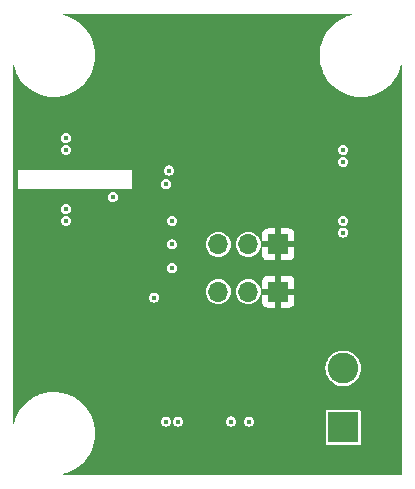
<source format=gbr>
%TF.GenerationSoftware,KiCad,Pcbnew,8.0.2*%
%TF.CreationDate,2025-01-11T01:09:32-03:00*%
%TF.ProjectId,LMH34400,4c4d4833-3434-4303-902e-6b696361645f,rev?*%
%TF.SameCoordinates,Original*%
%TF.FileFunction,Copper,L3,Inr*%
%TF.FilePolarity,Positive*%
%FSLAX46Y46*%
G04 Gerber Fmt 4.6, Leading zero omitted, Abs format (unit mm)*
G04 Created by KiCad (PCBNEW 8.0.2) date 2025-01-11 01:09:32*
%MOMM*%
%LPD*%
G01*
G04 APERTURE LIST*
%TA.AperFunction,ComponentPad*%
%ADD10R,2.600000X2.600000*%
%TD*%
%TA.AperFunction,ComponentPad*%
%ADD11C,2.600000*%
%TD*%
%TA.AperFunction,ComponentPad*%
%ADD12R,1.700000X1.700000*%
%TD*%
%TA.AperFunction,ComponentPad*%
%ADD13O,1.700000X1.700000*%
%TD*%
%TA.AperFunction,ViaPad*%
%ADD14C,0.450000*%
%TD*%
G04 APERTURE END LIST*
D10*
%TO.N,GND*%
%TO.C,J3*%
X135500000Y-88500000D03*
D11*
%TO.N,Net-(J3-Pin_2)*%
X135500000Y-83500000D03*
%TD*%
D12*
%TO.N,VCC*%
%TO.C,J5*%
X130000000Y-73000000D03*
D13*
%TO.N,Net-(J5-Pin_2)*%
X127460000Y-73000000D03*
%TO.N,GND*%
X124920000Y-73000000D03*
%TD*%
D12*
%TO.N,VCC*%
%TO.C,J4*%
X130000000Y-77000000D03*
D13*
%TO.N,Net-(J4-Pin_2)*%
X127460000Y-77000000D03*
%TO.N,GND*%
X124920000Y-77000000D03*
%TD*%
D14*
%TO.N,GND*%
X135500000Y-71000000D03*
X120500000Y-88000000D03*
X120500003Y-67916096D03*
X121000000Y-71000000D03*
X135500000Y-66000000D03*
X112000000Y-71000000D03*
X121500000Y-88000000D03*
X135500000Y-72000000D03*
X112000000Y-70000000D03*
X126000000Y-88000000D03*
X112000000Y-65000000D03*
X119500000Y-77500000D03*
X127500000Y-88000000D03*
X112000000Y-64000000D03*
X135500000Y-65000000D03*
X121000000Y-73000000D03*
X121000000Y-75000000D03*
%TO.N,VCC*%
X115000000Y-72000000D03*
%TO.N,Net-(J4-Pin_2)*%
X116000000Y-69000000D03*
%TO.N,Net-(J5-Pin_2)*%
X120750000Y-66750000D03*
%TD*%
%TA.AperFunction,Conductor*%
%TO.N,VCC*%
G36*
X136199740Y-53514352D02*
G01*
X136214092Y-53549000D01*
X136199740Y-53583648D01*
X136177774Y-53596330D01*
X135916813Y-53666254D01*
X135916807Y-53666256D01*
X135916803Y-53666257D01*
X135916801Y-53666258D01*
X135819831Y-53703480D01*
X135574262Y-53797745D01*
X135247349Y-53964317D01*
X134939629Y-54164151D01*
X134939627Y-54164153D01*
X134654498Y-54395047D01*
X134654483Y-54395060D01*
X134395060Y-54654483D01*
X134395047Y-54654498D01*
X134164153Y-54939627D01*
X134164151Y-54939629D01*
X133964317Y-55247349D01*
X133797745Y-55574262D01*
X133756745Y-55681072D01*
X133694459Y-55843336D01*
X133666256Y-55916807D01*
X133666254Y-55916813D01*
X133571295Y-56271204D01*
X133513897Y-56633604D01*
X133494696Y-57000000D01*
X133513897Y-57366395D01*
X133571295Y-57728795D01*
X133666254Y-58083186D01*
X133666256Y-58083192D01*
X133666258Y-58083199D01*
X133750612Y-58302952D01*
X133797745Y-58425737D01*
X133819875Y-58469169D01*
X133963221Y-58750500D01*
X133964317Y-58752650D01*
X134164151Y-59060370D01*
X134164153Y-59060372D01*
X134395047Y-59345501D01*
X134395060Y-59345516D01*
X134654483Y-59604939D01*
X134654490Y-59604945D01*
X134654494Y-59604949D01*
X134654498Y-59604952D01*
X134939627Y-59835846D01*
X134939629Y-59835848D01*
X134939634Y-59835851D01*
X135247348Y-60035682D01*
X135574264Y-60202255D01*
X135916801Y-60333742D01*
X136271206Y-60428705D01*
X136633596Y-60486102D01*
X137000000Y-60505304D01*
X137366404Y-60486102D01*
X137728794Y-60428705D01*
X138083199Y-60333742D01*
X138425736Y-60202255D01*
X138752652Y-60035682D01*
X139060366Y-59835851D01*
X139345506Y-59604949D01*
X139604949Y-59345506D01*
X139835851Y-59060366D01*
X140035682Y-58752652D01*
X140202255Y-58425736D01*
X140333742Y-58083199D01*
X140403670Y-57822224D01*
X140426500Y-57792472D01*
X140463682Y-57787577D01*
X140493435Y-57810407D01*
X140500000Y-57834907D01*
X140500000Y-92451000D01*
X140485648Y-92485648D01*
X140451000Y-92500000D01*
X111834908Y-92500000D01*
X111800260Y-92485648D01*
X111785908Y-92451000D01*
X111800260Y-92416352D01*
X111822226Y-92403670D01*
X111884631Y-92386948D01*
X112083199Y-92333742D01*
X112425736Y-92202255D01*
X112752652Y-92035682D01*
X113060366Y-91835851D01*
X113345506Y-91604949D01*
X113604949Y-91345506D01*
X113835851Y-91060366D01*
X114035682Y-90752652D01*
X114202255Y-90425736D01*
X114333742Y-90083199D01*
X114428705Y-89728794D01*
X114486102Y-89366404D01*
X114505304Y-89000000D01*
X114486102Y-88633596D01*
X114428705Y-88271206D01*
X114356035Y-88000000D01*
X120069196Y-88000000D01*
X120090281Y-88133126D01*
X120090281Y-88133127D01*
X120090282Y-88133128D01*
X120151467Y-88253213D01*
X120151472Y-88253220D01*
X120246779Y-88348527D01*
X120246786Y-88348532D01*
X120326842Y-88389322D01*
X120366874Y-88409719D01*
X120500000Y-88430804D01*
X120633126Y-88409719D01*
X120716420Y-88367278D01*
X120753213Y-88348532D01*
X120753215Y-88348530D01*
X120753220Y-88348528D01*
X120848528Y-88253220D01*
X120909719Y-88133126D01*
X120930804Y-88000000D01*
X121069196Y-88000000D01*
X121090281Y-88133126D01*
X121090281Y-88133127D01*
X121090282Y-88133128D01*
X121151467Y-88253213D01*
X121151472Y-88253220D01*
X121246779Y-88348527D01*
X121246786Y-88348532D01*
X121326842Y-88389322D01*
X121366874Y-88409719D01*
X121500000Y-88430804D01*
X121633126Y-88409719D01*
X121716420Y-88367278D01*
X121753213Y-88348532D01*
X121753215Y-88348530D01*
X121753220Y-88348528D01*
X121848528Y-88253220D01*
X121909719Y-88133126D01*
X121930804Y-88000000D01*
X125569196Y-88000000D01*
X125590281Y-88133126D01*
X125590281Y-88133127D01*
X125590282Y-88133128D01*
X125651467Y-88253213D01*
X125651472Y-88253220D01*
X125746779Y-88348527D01*
X125746786Y-88348532D01*
X125826842Y-88389322D01*
X125866874Y-88409719D01*
X126000000Y-88430804D01*
X126133126Y-88409719D01*
X126216420Y-88367278D01*
X126253213Y-88348532D01*
X126253215Y-88348530D01*
X126253220Y-88348528D01*
X126348528Y-88253220D01*
X126409719Y-88133126D01*
X126430804Y-88000000D01*
X127069196Y-88000000D01*
X127090281Y-88133126D01*
X127090281Y-88133127D01*
X127090282Y-88133128D01*
X127151467Y-88253213D01*
X127151472Y-88253220D01*
X127246779Y-88348527D01*
X127246786Y-88348532D01*
X127326842Y-88389322D01*
X127366874Y-88409719D01*
X127500000Y-88430804D01*
X127633126Y-88409719D01*
X127716420Y-88367278D01*
X127753213Y-88348532D01*
X127753215Y-88348530D01*
X127753220Y-88348528D01*
X127848528Y-88253220D01*
X127909719Y-88133126D01*
X127930804Y-88000000D01*
X127909719Y-87866874D01*
X127872207Y-87793252D01*
X127848532Y-87746786D01*
X127848527Y-87746779D01*
X127753220Y-87651472D01*
X127753213Y-87651467D01*
X127633128Y-87590282D01*
X127633127Y-87590281D01*
X127633126Y-87590281D01*
X127500000Y-87569196D01*
X127366874Y-87590281D01*
X127366872Y-87590281D01*
X127366871Y-87590282D01*
X127246786Y-87651467D01*
X127246779Y-87651472D01*
X127151472Y-87746779D01*
X127151467Y-87746786D01*
X127090282Y-87866871D01*
X127090281Y-87866872D01*
X127090281Y-87866874D01*
X127069196Y-88000000D01*
X126430804Y-88000000D01*
X126409719Y-87866874D01*
X126372207Y-87793252D01*
X126348532Y-87746786D01*
X126348527Y-87746779D01*
X126253220Y-87651472D01*
X126253213Y-87651467D01*
X126133128Y-87590282D01*
X126133127Y-87590281D01*
X126133126Y-87590281D01*
X126000000Y-87569196D01*
X125866874Y-87590281D01*
X125866872Y-87590281D01*
X125866871Y-87590282D01*
X125746786Y-87651467D01*
X125746779Y-87651472D01*
X125651472Y-87746779D01*
X125651467Y-87746786D01*
X125590282Y-87866871D01*
X125590281Y-87866872D01*
X125590281Y-87866874D01*
X125569196Y-88000000D01*
X121930804Y-88000000D01*
X121909719Y-87866874D01*
X121872207Y-87793252D01*
X121848532Y-87746786D01*
X121848527Y-87746779D01*
X121753220Y-87651472D01*
X121753213Y-87651467D01*
X121633128Y-87590282D01*
X121633127Y-87590281D01*
X121633126Y-87590281D01*
X121500000Y-87569196D01*
X121366874Y-87590281D01*
X121366872Y-87590281D01*
X121366871Y-87590282D01*
X121246786Y-87651467D01*
X121246779Y-87651472D01*
X121151472Y-87746779D01*
X121151467Y-87746786D01*
X121090282Y-87866871D01*
X121090281Y-87866872D01*
X121090281Y-87866874D01*
X121069196Y-88000000D01*
X120930804Y-88000000D01*
X120909719Y-87866874D01*
X120872207Y-87793252D01*
X120848532Y-87746786D01*
X120848527Y-87746779D01*
X120753220Y-87651472D01*
X120753213Y-87651467D01*
X120633128Y-87590282D01*
X120633127Y-87590281D01*
X120633126Y-87590281D01*
X120500000Y-87569196D01*
X120366874Y-87590281D01*
X120366872Y-87590281D01*
X120366871Y-87590282D01*
X120246786Y-87651467D01*
X120246779Y-87651472D01*
X120151472Y-87746779D01*
X120151467Y-87746786D01*
X120090282Y-87866871D01*
X120090281Y-87866872D01*
X120090281Y-87866874D01*
X120069196Y-88000000D01*
X114356035Y-88000000D01*
X114333742Y-87916801D01*
X114202255Y-87574264D01*
X114035682Y-87247348D01*
X113992110Y-87180252D01*
X133999500Y-87180252D01*
X133999500Y-89819748D01*
X134011133Y-89878231D01*
X134028882Y-89904795D01*
X134055447Y-89944552D01*
X134082012Y-89962301D01*
X134121769Y-89988867D01*
X134180252Y-90000500D01*
X134180255Y-90000500D01*
X136819745Y-90000500D01*
X136819748Y-90000500D01*
X136878231Y-89988867D01*
X136944552Y-89944552D01*
X136988867Y-89878231D01*
X137000500Y-89819748D01*
X137000500Y-87180252D01*
X136988867Y-87121769D01*
X136958429Y-87076216D01*
X136944552Y-87055447D01*
X136904795Y-87028882D01*
X136878231Y-87011133D01*
X136819748Y-86999500D01*
X134180252Y-86999500D01*
X134121769Y-87011133D01*
X134055447Y-87055447D01*
X134011133Y-87121769D01*
X133999500Y-87180252D01*
X113992110Y-87180252D01*
X113835851Y-86939634D01*
X113835848Y-86939629D01*
X113835846Y-86939627D01*
X113604952Y-86654498D01*
X113604939Y-86654483D01*
X113345516Y-86395060D01*
X113345501Y-86395047D01*
X113060372Y-86164153D01*
X113060370Y-86164151D01*
X112752650Y-85964317D01*
X112425737Y-85797745D01*
X112302952Y-85750612D01*
X112083199Y-85666258D01*
X112083192Y-85666256D01*
X112083186Y-85666254D01*
X111728795Y-85571295D01*
X111630483Y-85555724D01*
X111366404Y-85513898D01*
X111366399Y-85513897D01*
X111366395Y-85513897D01*
X111000000Y-85494696D01*
X110633604Y-85513897D01*
X110633598Y-85513897D01*
X110633596Y-85513898D01*
X110467826Y-85540153D01*
X110271204Y-85571295D01*
X109916813Y-85666254D01*
X109916807Y-85666256D01*
X109916803Y-85666257D01*
X109916801Y-85666258D01*
X109819831Y-85703480D01*
X109574262Y-85797745D01*
X109247349Y-85964317D01*
X108939629Y-86164151D01*
X108939627Y-86164153D01*
X108654498Y-86395047D01*
X108654483Y-86395060D01*
X108395060Y-86654483D01*
X108395047Y-86654498D01*
X108164153Y-86939627D01*
X108164151Y-86939629D01*
X107964317Y-87247349D01*
X107797745Y-87574262D01*
X107731520Y-87746786D01*
X107694459Y-87843336D01*
X107666256Y-87916807D01*
X107666254Y-87916813D01*
X107596330Y-88177774D01*
X107573500Y-88207527D01*
X107536318Y-88212422D01*
X107506565Y-88189592D01*
X107500000Y-88165092D01*
X107500000Y-83500000D01*
X133994357Y-83500000D01*
X134014892Y-83747821D01*
X134075938Y-83988883D01*
X134175825Y-84216604D01*
X134175832Y-84216616D01*
X134311834Y-84424784D01*
X134480255Y-84607737D01*
X134480256Y-84607738D01*
X134676491Y-84760474D01*
X134676498Y-84760478D01*
X134676500Y-84760479D01*
X134895182Y-84878824D01*
X134895184Y-84878824D01*
X134895190Y-84878828D01*
X135130386Y-84959571D01*
X135375665Y-85000500D01*
X135375668Y-85000500D01*
X135624332Y-85000500D01*
X135624335Y-85000500D01*
X135869614Y-84959571D01*
X136104810Y-84878828D01*
X136323509Y-84760474D01*
X136519744Y-84607738D01*
X136688164Y-84424785D01*
X136824173Y-84216607D01*
X136924063Y-83988881D01*
X136985108Y-83747821D01*
X137005643Y-83500000D01*
X136985108Y-83252179D01*
X136924063Y-83011119D01*
X136824173Y-82783393D01*
X136824171Y-82783390D01*
X136824167Y-82783383D01*
X136688165Y-82575215D01*
X136519744Y-82392262D01*
X136323513Y-82239529D01*
X136323512Y-82239528D01*
X136323509Y-82239526D01*
X136323504Y-82239523D01*
X136323499Y-82239520D01*
X136104817Y-82121175D01*
X136104811Y-82121172D01*
X136104810Y-82121172D01*
X136085962Y-82114701D01*
X135869615Y-82040429D01*
X135808294Y-82030196D01*
X135624335Y-81999500D01*
X135375665Y-81999500D01*
X135228497Y-82024057D01*
X135130384Y-82040429D01*
X134895192Y-82121171D01*
X134895182Y-82121175D01*
X134676500Y-82239520D01*
X134676486Y-82239529D01*
X134480255Y-82392262D01*
X134480254Y-82392262D01*
X134311834Y-82575215D01*
X134175832Y-82783383D01*
X134175825Y-82783395D01*
X134075938Y-83011116D01*
X134014892Y-83252178D01*
X133994357Y-83500000D01*
X107500000Y-83500000D01*
X107500000Y-77500000D01*
X119069196Y-77500000D01*
X119090281Y-77633126D01*
X119090281Y-77633127D01*
X119090282Y-77633128D01*
X119151467Y-77753213D01*
X119151472Y-77753220D01*
X119246779Y-77848527D01*
X119246786Y-77848532D01*
X119326842Y-77889322D01*
X119366874Y-77909719D01*
X119500000Y-77930804D01*
X119633126Y-77909719D01*
X119716420Y-77867278D01*
X119753213Y-77848532D01*
X119753215Y-77848530D01*
X119753220Y-77848528D01*
X119848528Y-77753220D01*
X119851999Y-77746409D01*
X119867278Y-77716420D01*
X119909719Y-77633126D01*
X119930804Y-77500000D01*
X119909719Y-77366874D01*
X119879215Y-77307007D01*
X119848532Y-77246786D01*
X119848527Y-77246779D01*
X119753220Y-77151472D01*
X119753213Y-77151467D01*
X119633128Y-77090282D01*
X119633127Y-77090281D01*
X119633126Y-77090281D01*
X119500000Y-77069196D01*
X119366874Y-77090281D01*
X119366872Y-77090281D01*
X119366871Y-77090282D01*
X119246786Y-77151467D01*
X119246779Y-77151472D01*
X119151472Y-77246779D01*
X119151467Y-77246786D01*
X119090282Y-77366871D01*
X119090281Y-77366872D01*
X119090281Y-77366874D01*
X119069196Y-77500000D01*
X107500000Y-77500000D01*
X107500000Y-77000000D01*
X123864417Y-77000000D01*
X123884700Y-77205934D01*
X123944768Y-77403954D01*
X124042315Y-77586450D01*
X124173590Y-77746410D01*
X124333550Y-77877685D01*
X124516046Y-77975232D01*
X124714066Y-78035300D01*
X124920000Y-78055583D01*
X125125934Y-78035300D01*
X125323954Y-77975232D01*
X125506450Y-77877685D01*
X125666410Y-77746410D01*
X125797685Y-77586450D01*
X125895232Y-77403954D01*
X125955300Y-77205934D01*
X125975583Y-77000000D01*
X126404417Y-77000000D01*
X126424700Y-77205934D01*
X126484768Y-77403954D01*
X126582315Y-77586450D01*
X126713590Y-77746410D01*
X126873550Y-77877685D01*
X127056046Y-77975232D01*
X127254066Y-78035300D01*
X127460000Y-78055583D01*
X127665934Y-78035300D01*
X127863954Y-77975232D01*
X128046450Y-77877685D01*
X128206410Y-77746410D01*
X128337685Y-77586450D01*
X128435232Y-77403954D01*
X128495300Y-77205934D01*
X128515583Y-77000000D01*
X128495300Y-76794066D01*
X128435232Y-76596046D01*
X128337685Y-76413550D01*
X128206410Y-76253590D01*
X128046450Y-76122315D01*
X128008752Y-76102165D01*
X128650000Y-76102165D01*
X128650000Y-76750000D01*
X129566988Y-76750000D01*
X129534075Y-76807007D01*
X129500000Y-76934174D01*
X129500000Y-77065826D01*
X129534075Y-77192993D01*
X129566988Y-77250000D01*
X128650000Y-77250000D01*
X128650000Y-77897834D01*
X128656401Y-77957372D01*
X128656401Y-77957373D01*
X128706648Y-78092091D01*
X128792811Y-78207188D01*
X128907908Y-78293351D01*
X129042626Y-78343598D01*
X129102166Y-78350000D01*
X129750000Y-78350000D01*
X129750000Y-77433012D01*
X129807007Y-77465925D01*
X129934174Y-77500000D01*
X130065826Y-77500000D01*
X130192993Y-77465925D01*
X130250000Y-77433012D01*
X130250000Y-78350000D01*
X130897834Y-78350000D01*
X130957372Y-78343598D01*
X130957373Y-78343598D01*
X131092091Y-78293351D01*
X131207188Y-78207188D01*
X131293351Y-78092091D01*
X131343598Y-77957373D01*
X131343598Y-77957372D01*
X131350000Y-77897834D01*
X131350000Y-77250000D01*
X130433012Y-77250000D01*
X130465925Y-77192993D01*
X130500000Y-77065826D01*
X130500000Y-76934174D01*
X130465925Y-76807007D01*
X130433012Y-76750000D01*
X131350000Y-76750000D01*
X131350000Y-76102165D01*
X131343598Y-76042627D01*
X131343598Y-76042626D01*
X131293351Y-75907908D01*
X131207188Y-75792811D01*
X131092091Y-75706648D01*
X130957373Y-75656401D01*
X130897834Y-75650000D01*
X130250000Y-75650000D01*
X130250000Y-76566988D01*
X130192993Y-76534075D01*
X130065826Y-76500000D01*
X129934174Y-76500000D01*
X129807007Y-76534075D01*
X129750000Y-76566988D01*
X129750000Y-75650000D01*
X129102166Y-75650000D01*
X129042627Y-75656401D01*
X129042626Y-75656401D01*
X128907908Y-75706648D01*
X128792811Y-75792811D01*
X128706648Y-75907908D01*
X128656401Y-76042626D01*
X128656401Y-76042627D01*
X128650000Y-76102165D01*
X128008752Y-76102165D01*
X127863954Y-76024768D01*
X127665934Y-75964700D01*
X127460000Y-75944417D01*
X127254065Y-75964700D01*
X127254064Y-75964700D01*
X127056043Y-76024769D01*
X126873548Y-76122316D01*
X126713590Y-76253590D01*
X126582316Y-76413548D01*
X126484769Y-76596043D01*
X126424700Y-76794064D01*
X126424700Y-76794065D01*
X126424700Y-76794066D01*
X126404417Y-77000000D01*
X125975583Y-77000000D01*
X125955300Y-76794066D01*
X125895232Y-76596046D01*
X125797685Y-76413550D01*
X125666410Y-76253590D01*
X125506450Y-76122315D01*
X125323954Y-76024768D01*
X125125934Y-75964700D01*
X124920000Y-75944417D01*
X124714065Y-75964700D01*
X124714064Y-75964700D01*
X124516043Y-76024769D01*
X124333548Y-76122316D01*
X124173590Y-76253590D01*
X124042316Y-76413548D01*
X123944769Y-76596043D01*
X123884700Y-76794064D01*
X123884700Y-76794065D01*
X123884700Y-76794066D01*
X123864417Y-77000000D01*
X107500000Y-77000000D01*
X107500000Y-75000000D01*
X120569196Y-75000000D01*
X120590281Y-75133126D01*
X120590281Y-75133127D01*
X120590282Y-75133128D01*
X120651467Y-75253213D01*
X120651472Y-75253220D01*
X120746779Y-75348527D01*
X120746786Y-75348532D01*
X120826842Y-75389322D01*
X120866874Y-75409719D01*
X121000000Y-75430804D01*
X121133126Y-75409719D01*
X121216420Y-75367278D01*
X121253213Y-75348532D01*
X121253215Y-75348530D01*
X121253220Y-75348528D01*
X121348528Y-75253220D01*
X121409719Y-75133126D01*
X121430804Y-75000000D01*
X121409719Y-74866874D01*
X121389322Y-74826842D01*
X121348532Y-74746786D01*
X121348527Y-74746779D01*
X121253220Y-74651472D01*
X121253213Y-74651467D01*
X121133128Y-74590282D01*
X121133127Y-74590281D01*
X121133126Y-74590281D01*
X121000000Y-74569196D01*
X120866874Y-74590281D01*
X120866872Y-74590281D01*
X120866871Y-74590282D01*
X120746786Y-74651467D01*
X120746779Y-74651472D01*
X120651472Y-74746779D01*
X120651467Y-74746786D01*
X120590282Y-74866871D01*
X120590281Y-74866872D01*
X120590281Y-74866874D01*
X120569196Y-75000000D01*
X107500000Y-75000000D01*
X107500000Y-73000000D01*
X120569196Y-73000000D01*
X120590281Y-73133126D01*
X120590281Y-73133127D01*
X120590282Y-73133128D01*
X120651467Y-73253213D01*
X120651472Y-73253220D01*
X120746779Y-73348527D01*
X120746786Y-73348532D01*
X120826842Y-73389322D01*
X120866874Y-73409719D01*
X121000000Y-73430804D01*
X121133126Y-73409719D01*
X121216420Y-73367278D01*
X121253213Y-73348532D01*
X121253215Y-73348530D01*
X121253220Y-73348528D01*
X121348528Y-73253220D01*
X121409719Y-73133126D01*
X121430804Y-73000000D01*
X123864417Y-73000000D01*
X123884700Y-73205934D01*
X123944768Y-73403954D01*
X124042315Y-73586450D01*
X124173590Y-73746410D01*
X124333550Y-73877685D01*
X124516046Y-73975232D01*
X124714066Y-74035300D01*
X124920000Y-74055583D01*
X125125934Y-74035300D01*
X125323954Y-73975232D01*
X125506450Y-73877685D01*
X125666410Y-73746410D01*
X125797685Y-73586450D01*
X125895232Y-73403954D01*
X125955300Y-73205934D01*
X125975583Y-73000000D01*
X126404417Y-73000000D01*
X126424700Y-73205934D01*
X126484768Y-73403954D01*
X126582315Y-73586450D01*
X126713590Y-73746410D01*
X126873550Y-73877685D01*
X127056046Y-73975232D01*
X127254066Y-74035300D01*
X127460000Y-74055583D01*
X127665934Y-74035300D01*
X127863954Y-73975232D01*
X128046450Y-73877685D01*
X128206410Y-73746410D01*
X128337685Y-73586450D01*
X128435232Y-73403954D01*
X128495300Y-73205934D01*
X128515583Y-73000000D01*
X128495300Y-72794066D01*
X128435232Y-72596046D01*
X128337685Y-72413550D01*
X128206410Y-72253590D01*
X128046450Y-72122315D01*
X128008752Y-72102165D01*
X128650000Y-72102165D01*
X128650000Y-72750000D01*
X129566988Y-72750000D01*
X129534075Y-72807007D01*
X129500000Y-72934174D01*
X129500000Y-73065826D01*
X129534075Y-73192993D01*
X129566988Y-73250000D01*
X128650000Y-73250000D01*
X128650000Y-73897834D01*
X128656401Y-73957372D01*
X128656401Y-73957373D01*
X128706648Y-74092091D01*
X128792811Y-74207188D01*
X128907908Y-74293351D01*
X129042626Y-74343598D01*
X129102166Y-74350000D01*
X129750000Y-74350000D01*
X129750000Y-73433012D01*
X129807007Y-73465925D01*
X129934174Y-73500000D01*
X130065826Y-73500000D01*
X130192993Y-73465925D01*
X130250000Y-73433012D01*
X130250000Y-74350000D01*
X130897834Y-74350000D01*
X130957372Y-74343598D01*
X130957373Y-74343598D01*
X131092091Y-74293351D01*
X131207188Y-74207188D01*
X131293351Y-74092091D01*
X131343598Y-73957373D01*
X131343598Y-73957372D01*
X131350000Y-73897834D01*
X131350000Y-73250000D01*
X130433012Y-73250000D01*
X130465925Y-73192993D01*
X130500000Y-73065826D01*
X130500000Y-72934174D01*
X130465925Y-72807007D01*
X130433012Y-72750000D01*
X131350000Y-72750000D01*
X131350000Y-72102165D01*
X131343598Y-72042627D01*
X131343598Y-72042626D01*
X131327699Y-72000000D01*
X135069196Y-72000000D01*
X135090281Y-72133126D01*
X135090281Y-72133127D01*
X135090282Y-72133128D01*
X135151467Y-72253213D01*
X135151472Y-72253220D01*
X135246779Y-72348527D01*
X135246786Y-72348532D01*
X135326842Y-72389322D01*
X135366874Y-72409719D01*
X135500000Y-72430804D01*
X135633126Y-72409719D01*
X135716420Y-72367278D01*
X135753213Y-72348532D01*
X135753215Y-72348530D01*
X135753220Y-72348528D01*
X135848528Y-72253220D01*
X135909719Y-72133126D01*
X135930804Y-72000000D01*
X135909719Y-71866874D01*
X135871982Y-71792811D01*
X135848532Y-71746786D01*
X135848527Y-71746779D01*
X135753220Y-71651472D01*
X135753213Y-71651467D01*
X135633128Y-71590282D01*
X135633127Y-71590281D01*
X135633126Y-71590281D01*
X135500000Y-71569196D01*
X135366874Y-71590281D01*
X135366872Y-71590281D01*
X135366871Y-71590282D01*
X135246786Y-71651467D01*
X135246779Y-71651472D01*
X135151472Y-71746779D01*
X135151467Y-71746786D01*
X135090282Y-71866871D01*
X135090281Y-71866872D01*
X135090281Y-71866874D01*
X135069196Y-72000000D01*
X131327699Y-72000000D01*
X131293351Y-71907908D01*
X131207188Y-71792811D01*
X131092091Y-71706648D01*
X130957373Y-71656401D01*
X130897834Y-71650000D01*
X130250000Y-71650000D01*
X130250000Y-72566988D01*
X130192993Y-72534075D01*
X130065826Y-72500000D01*
X129934174Y-72500000D01*
X129807007Y-72534075D01*
X129750000Y-72566988D01*
X129750000Y-71650000D01*
X129102166Y-71650000D01*
X129042627Y-71656401D01*
X129042626Y-71656401D01*
X128907908Y-71706648D01*
X128792811Y-71792811D01*
X128706648Y-71907908D01*
X128656401Y-72042626D01*
X128656401Y-72042627D01*
X128650000Y-72102165D01*
X128008752Y-72102165D01*
X127863954Y-72024768D01*
X127665934Y-71964700D01*
X127460000Y-71944417D01*
X127254065Y-71964700D01*
X127254064Y-71964700D01*
X127056043Y-72024769D01*
X126873548Y-72122316D01*
X126713590Y-72253590D01*
X126582316Y-72413548D01*
X126484769Y-72596043D01*
X126424700Y-72794064D01*
X126424700Y-72794065D01*
X126424700Y-72794066D01*
X126404417Y-73000000D01*
X125975583Y-73000000D01*
X125955300Y-72794066D01*
X125895232Y-72596046D01*
X125797685Y-72413550D01*
X125666410Y-72253590D01*
X125506450Y-72122315D01*
X125323954Y-72024768D01*
X125125934Y-71964700D01*
X124920000Y-71944417D01*
X124714065Y-71964700D01*
X124714064Y-71964700D01*
X124516043Y-72024769D01*
X124333548Y-72122316D01*
X124173590Y-72253590D01*
X124042316Y-72413548D01*
X123944769Y-72596043D01*
X123884700Y-72794064D01*
X123884700Y-72794065D01*
X123884700Y-72794066D01*
X123864417Y-73000000D01*
X121430804Y-73000000D01*
X121409719Y-72866874D01*
X121379215Y-72807007D01*
X121348532Y-72746786D01*
X121348527Y-72746779D01*
X121253220Y-72651472D01*
X121253213Y-72651467D01*
X121133128Y-72590282D01*
X121133127Y-72590281D01*
X121133126Y-72590281D01*
X121000000Y-72569196D01*
X120866874Y-72590281D01*
X120866872Y-72590281D01*
X120866871Y-72590282D01*
X120746786Y-72651467D01*
X120746779Y-72651472D01*
X120651472Y-72746779D01*
X120651467Y-72746786D01*
X120590282Y-72866871D01*
X120590281Y-72866872D01*
X120590281Y-72866874D01*
X120569196Y-73000000D01*
X107500000Y-73000000D01*
X107500000Y-71000000D01*
X111569196Y-71000000D01*
X111590281Y-71133126D01*
X111590281Y-71133127D01*
X111590282Y-71133128D01*
X111651467Y-71253213D01*
X111651472Y-71253220D01*
X111746779Y-71348527D01*
X111746786Y-71348532D01*
X111826842Y-71389322D01*
X111866874Y-71409719D01*
X112000000Y-71430804D01*
X112133126Y-71409719D01*
X112216420Y-71367278D01*
X112253213Y-71348532D01*
X112253215Y-71348530D01*
X112253220Y-71348528D01*
X112348528Y-71253220D01*
X112409719Y-71133126D01*
X112430804Y-71000000D01*
X120569196Y-71000000D01*
X120590281Y-71133126D01*
X120590281Y-71133127D01*
X120590282Y-71133128D01*
X120651467Y-71253213D01*
X120651472Y-71253220D01*
X120746779Y-71348527D01*
X120746786Y-71348532D01*
X120826842Y-71389322D01*
X120866874Y-71409719D01*
X121000000Y-71430804D01*
X121133126Y-71409719D01*
X121216420Y-71367278D01*
X121253213Y-71348532D01*
X121253215Y-71348530D01*
X121253220Y-71348528D01*
X121348528Y-71253220D01*
X121409719Y-71133126D01*
X121430804Y-71000000D01*
X135069196Y-71000000D01*
X135090281Y-71133126D01*
X135090281Y-71133127D01*
X135090282Y-71133128D01*
X135151467Y-71253213D01*
X135151472Y-71253220D01*
X135246779Y-71348527D01*
X135246786Y-71348532D01*
X135326842Y-71389322D01*
X135366874Y-71409719D01*
X135500000Y-71430804D01*
X135633126Y-71409719D01*
X135716420Y-71367278D01*
X135753213Y-71348532D01*
X135753215Y-71348530D01*
X135753220Y-71348528D01*
X135848528Y-71253220D01*
X135909719Y-71133126D01*
X135930804Y-71000000D01*
X135909719Y-70866874D01*
X135889322Y-70826842D01*
X135848532Y-70746786D01*
X135848527Y-70746779D01*
X135753220Y-70651472D01*
X135753213Y-70651467D01*
X135633128Y-70590282D01*
X135633127Y-70590281D01*
X135633126Y-70590281D01*
X135500000Y-70569196D01*
X135366874Y-70590281D01*
X135366872Y-70590281D01*
X135366871Y-70590282D01*
X135246786Y-70651467D01*
X135246779Y-70651472D01*
X135151472Y-70746779D01*
X135151467Y-70746786D01*
X135090282Y-70866871D01*
X135090281Y-70866872D01*
X135090281Y-70866874D01*
X135069196Y-71000000D01*
X121430804Y-71000000D01*
X121409719Y-70866874D01*
X121389322Y-70826842D01*
X121348532Y-70746786D01*
X121348527Y-70746779D01*
X121253220Y-70651472D01*
X121253213Y-70651467D01*
X121133128Y-70590282D01*
X121133127Y-70590281D01*
X121133126Y-70590281D01*
X121000000Y-70569196D01*
X120866874Y-70590281D01*
X120866872Y-70590281D01*
X120866871Y-70590282D01*
X120746786Y-70651467D01*
X120746779Y-70651472D01*
X120651472Y-70746779D01*
X120651467Y-70746786D01*
X120590282Y-70866871D01*
X120590281Y-70866872D01*
X120590281Y-70866874D01*
X120569196Y-71000000D01*
X112430804Y-71000000D01*
X112409719Y-70866874D01*
X112389322Y-70826842D01*
X112348532Y-70746786D01*
X112348527Y-70746779D01*
X112253220Y-70651472D01*
X112253213Y-70651467D01*
X112133128Y-70590282D01*
X112133127Y-70590281D01*
X112133126Y-70590281D01*
X112000000Y-70569196D01*
X111866874Y-70590281D01*
X111866872Y-70590281D01*
X111866871Y-70590282D01*
X111746786Y-70651467D01*
X111746779Y-70651472D01*
X111651472Y-70746779D01*
X111651467Y-70746786D01*
X111590282Y-70866871D01*
X111590281Y-70866872D01*
X111590281Y-70866874D01*
X111569196Y-71000000D01*
X107500000Y-71000000D01*
X107500000Y-70000000D01*
X111569196Y-70000000D01*
X111590281Y-70133126D01*
X111590281Y-70133127D01*
X111590282Y-70133128D01*
X111651467Y-70253213D01*
X111651472Y-70253220D01*
X111746779Y-70348527D01*
X111746786Y-70348532D01*
X111826842Y-70389322D01*
X111866874Y-70409719D01*
X112000000Y-70430804D01*
X112133126Y-70409719D01*
X112216420Y-70367278D01*
X112253213Y-70348532D01*
X112253215Y-70348530D01*
X112253220Y-70348528D01*
X112348528Y-70253220D01*
X112409719Y-70133126D01*
X112430804Y-70000000D01*
X112409719Y-69866874D01*
X112389322Y-69826842D01*
X112348532Y-69746786D01*
X112348527Y-69746779D01*
X112253220Y-69651472D01*
X112253213Y-69651467D01*
X112133128Y-69590282D01*
X112133127Y-69590281D01*
X112133126Y-69590281D01*
X112000000Y-69569196D01*
X111866874Y-69590281D01*
X111866872Y-69590281D01*
X111866871Y-69590282D01*
X111746786Y-69651467D01*
X111746779Y-69651472D01*
X111651472Y-69746779D01*
X111651467Y-69746786D01*
X111590282Y-69866871D01*
X111590281Y-69866872D01*
X111590281Y-69866874D01*
X111569196Y-70000000D01*
X107500000Y-70000000D01*
X107500000Y-69000000D01*
X115569196Y-69000000D01*
X115590281Y-69133126D01*
X115590281Y-69133127D01*
X115590282Y-69133128D01*
X115651467Y-69253213D01*
X115651472Y-69253220D01*
X115746779Y-69348527D01*
X115746786Y-69348532D01*
X115826842Y-69389322D01*
X115866874Y-69409719D01*
X116000000Y-69430804D01*
X116133126Y-69409719D01*
X116216420Y-69367278D01*
X116253213Y-69348532D01*
X116253215Y-69348530D01*
X116253220Y-69348528D01*
X116348528Y-69253220D01*
X116409719Y-69133126D01*
X116430804Y-69000000D01*
X116409719Y-68866874D01*
X116389322Y-68826842D01*
X116348532Y-68746786D01*
X116348527Y-68746779D01*
X116253220Y-68651472D01*
X116253213Y-68651467D01*
X116133128Y-68590282D01*
X116133127Y-68590281D01*
X116133126Y-68590281D01*
X116000000Y-68569196D01*
X115866874Y-68590281D01*
X115866872Y-68590281D01*
X115866871Y-68590282D01*
X115746786Y-68651467D01*
X115746779Y-68651472D01*
X115651472Y-68746779D01*
X115651467Y-68746786D01*
X115590282Y-68866871D01*
X115590281Y-68866872D01*
X115590281Y-68866874D01*
X115569196Y-69000000D01*
X107500000Y-69000000D01*
X107500000Y-68300000D01*
X108000000Y-68300000D01*
X117650000Y-68300000D01*
X117650000Y-67916096D01*
X120069199Y-67916096D01*
X120090284Y-68049222D01*
X120090284Y-68049223D01*
X120090285Y-68049224D01*
X120151470Y-68169309D01*
X120151475Y-68169316D01*
X120246782Y-68264623D01*
X120246789Y-68264628D01*
X120316212Y-68300000D01*
X120366877Y-68325815D01*
X120500003Y-68346900D01*
X120633129Y-68325815D01*
X120716423Y-68283374D01*
X120753216Y-68264628D01*
X120753218Y-68264626D01*
X120753223Y-68264624D01*
X120848531Y-68169316D01*
X120909722Y-68049222D01*
X120930807Y-67916096D01*
X120909722Y-67782970D01*
X120889325Y-67742938D01*
X120848535Y-67662882D01*
X120848530Y-67662875D01*
X120753223Y-67567568D01*
X120753216Y-67567563D01*
X120633131Y-67506378D01*
X120633130Y-67506377D01*
X120633129Y-67506377D01*
X120500003Y-67485292D01*
X120366877Y-67506377D01*
X120366875Y-67506377D01*
X120366874Y-67506378D01*
X120246789Y-67567563D01*
X120246782Y-67567568D01*
X120151475Y-67662875D01*
X120151470Y-67662882D01*
X120090285Y-67782967D01*
X120090284Y-67782968D01*
X120090284Y-67782970D01*
X120069199Y-67916096D01*
X117650000Y-67916096D01*
X117650000Y-66750000D01*
X120319196Y-66750000D01*
X120340281Y-66883126D01*
X120340281Y-66883127D01*
X120340282Y-66883128D01*
X120401467Y-67003213D01*
X120401472Y-67003220D01*
X120496779Y-67098527D01*
X120496786Y-67098532D01*
X120576842Y-67139322D01*
X120616874Y-67159719D01*
X120750000Y-67180804D01*
X120883126Y-67159719D01*
X120966420Y-67117278D01*
X121003213Y-67098532D01*
X121003215Y-67098530D01*
X121003220Y-67098528D01*
X121098528Y-67003220D01*
X121159719Y-66883126D01*
X121180804Y-66750000D01*
X121159719Y-66616874D01*
X121139322Y-66576842D01*
X121098532Y-66496786D01*
X121098527Y-66496779D01*
X121003220Y-66401472D01*
X121003213Y-66401467D01*
X120883128Y-66340282D01*
X120883127Y-66340281D01*
X120883126Y-66340281D01*
X120750000Y-66319196D01*
X120616874Y-66340281D01*
X120616872Y-66340281D01*
X120616871Y-66340282D01*
X120496786Y-66401467D01*
X120496779Y-66401472D01*
X120401472Y-66496779D01*
X120401467Y-66496786D01*
X120340282Y-66616871D01*
X120340281Y-66616872D01*
X120340281Y-66616874D01*
X120319196Y-66750000D01*
X117650000Y-66750000D01*
X117650000Y-66700000D01*
X108000000Y-66700000D01*
X108000000Y-68300000D01*
X107500000Y-68300000D01*
X107500000Y-66000000D01*
X135069196Y-66000000D01*
X135090281Y-66133126D01*
X135090281Y-66133127D01*
X135090282Y-66133128D01*
X135151467Y-66253213D01*
X135151472Y-66253220D01*
X135246779Y-66348527D01*
X135246786Y-66348532D01*
X135326842Y-66389322D01*
X135366874Y-66409719D01*
X135500000Y-66430804D01*
X135633126Y-66409719D01*
X135716420Y-66367278D01*
X135753213Y-66348532D01*
X135753215Y-66348530D01*
X135753220Y-66348528D01*
X135848528Y-66253220D01*
X135909719Y-66133126D01*
X135930804Y-66000000D01*
X135909719Y-65866874D01*
X135889322Y-65826842D01*
X135848532Y-65746786D01*
X135848527Y-65746779D01*
X135753220Y-65651472D01*
X135753213Y-65651467D01*
X135633128Y-65590282D01*
X135633127Y-65590281D01*
X135633126Y-65590281D01*
X135500000Y-65569196D01*
X135366874Y-65590281D01*
X135366872Y-65590281D01*
X135366871Y-65590282D01*
X135246786Y-65651467D01*
X135246779Y-65651472D01*
X135151472Y-65746779D01*
X135151467Y-65746786D01*
X135090282Y-65866871D01*
X135090281Y-65866872D01*
X135090281Y-65866874D01*
X135069196Y-66000000D01*
X107500000Y-66000000D01*
X107500000Y-65000000D01*
X111569196Y-65000000D01*
X111590281Y-65133126D01*
X111590281Y-65133127D01*
X111590282Y-65133128D01*
X111651467Y-65253213D01*
X111651472Y-65253220D01*
X111746779Y-65348527D01*
X111746786Y-65348532D01*
X111826842Y-65389322D01*
X111866874Y-65409719D01*
X112000000Y-65430804D01*
X112133126Y-65409719D01*
X112216420Y-65367278D01*
X112253213Y-65348532D01*
X112253215Y-65348530D01*
X112253220Y-65348528D01*
X112348528Y-65253220D01*
X112409719Y-65133126D01*
X112430804Y-65000000D01*
X135069196Y-65000000D01*
X135090281Y-65133126D01*
X135090281Y-65133127D01*
X135090282Y-65133128D01*
X135151467Y-65253213D01*
X135151472Y-65253220D01*
X135246779Y-65348527D01*
X135246786Y-65348532D01*
X135326842Y-65389322D01*
X135366874Y-65409719D01*
X135500000Y-65430804D01*
X135633126Y-65409719D01*
X135716420Y-65367278D01*
X135753213Y-65348532D01*
X135753215Y-65348530D01*
X135753220Y-65348528D01*
X135848528Y-65253220D01*
X135909719Y-65133126D01*
X135930804Y-65000000D01*
X135909719Y-64866874D01*
X135889322Y-64826842D01*
X135848532Y-64746786D01*
X135848527Y-64746779D01*
X135753220Y-64651472D01*
X135753213Y-64651467D01*
X135633128Y-64590282D01*
X135633127Y-64590281D01*
X135633126Y-64590281D01*
X135500000Y-64569196D01*
X135366874Y-64590281D01*
X135366872Y-64590281D01*
X135366871Y-64590282D01*
X135246786Y-64651467D01*
X135246779Y-64651472D01*
X135151472Y-64746779D01*
X135151467Y-64746786D01*
X135090282Y-64866871D01*
X135090281Y-64866872D01*
X135090281Y-64866874D01*
X135069196Y-65000000D01*
X112430804Y-65000000D01*
X112409719Y-64866874D01*
X112389322Y-64826842D01*
X112348532Y-64746786D01*
X112348527Y-64746779D01*
X112253220Y-64651472D01*
X112253213Y-64651467D01*
X112133128Y-64590282D01*
X112133127Y-64590281D01*
X112133126Y-64590281D01*
X112000000Y-64569196D01*
X111866874Y-64590281D01*
X111866872Y-64590281D01*
X111866871Y-64590282D01*
X111746786Y-64651467D01*
X111746779Y-64651472D01*
X111651472Y-64746779D01*
X111651467Y-64746786D01*
X111590282Y-64866871D01*
X111590281Y-64866872D01*
X111590281Y-64866874D01*
X111569196Y-65000000D01*
X107500000Y-65000000D01*
X107500000Y-64000000D01*
X111569196Y-64000000D01*
X111590281Y-64133126D01*
X111590281Y-64133127D01*
X111590282Y-64133128D01*
X111651467Y-64253213D01*
X111651472Y-64253220D01*
X111746779Y-64348527D01*
X111746786Y-64348532D01*
X111826842Y-64389322D01*
X111866874Y-64409719D01*
X112000000Y-64430804D01*
X112133126Y-64409719D01*
X112216420Y-64367278D01*
X112253213Y-64348532D01*
X112253215Y-64348530D01*
X112253220Y-64348528D01*
X112348528Y-64253220D01*
X112409719Y-64133126D01*
X112430804Y-64000000D01*
X112409719Y-63866874D01*
X112389322Y-63826842D01*
X112348532Y-63746786D01*
X112348527Y-63746779D01*
X112253220Y-63651472D01*
X112253213Y-63651467D01*
X112133128Y-63590282D01*
X112133127Y-63590281D01*
X112133126Y-63590281D01*
X112000000Y-63569196D01*
X111866874Y-63590281D01*
X111866872Y-63590281D01*
X111866871Y-63590282D01*
X111746786Y-63651467D01*
X111746779Y-63651472D01*
X111651472Y-63746779D01*
X111651467Y-63746786D01*
X111590282Y-63866871D01*
X111590281Y-63866872D01*
X111590281Y-63866874D01*
X111569196Y-64000000D01*
X107500000Y-64000000D01*
X107500000Y-57834907D01*
X107514352Y-57800259D01*
X107549000Y-57785907D01*
X107583648Y-57800259D01*
X107596330Y-57822225D01*
X107666254Y-58083186D01*
X107666256Y-58083192D01*
X107666258Y-58083199D01*
X107750612Y-58302952D01*
X107797745Y-58425737D01*
X107819875Y-58469169D01*
X107963221Y-58750500D01*
X107964317Y-58752650D01*
X108164151Y-59060370D01*
X108164153Y-59060372D01*
X108395047Y-59345501D01*
X108395060Y-59345516D01*
X108654483Y-59604939D01*
X108654490Y-59604945D01*
X108654494Y-59604949D01*
X108654498Y-59604952D01*
X108939627Y-59835846D01*
X108939629Y-59835848D01*
X108939634Y-59835851D01*
X109247348Y-60035682D01*
X109574264Y-60202255D01*
X109916801Y-60333742D01*
X110271206Y-60428705D01*
X110633596Y-60486102D01*
X111000000Y-60505304D01*
X111366404Y-60486102D01*
X111728794Y-60428705D01*
X112083199Y-60333742D01*
X112425736Y-60202255D01*
X112752652Y-60035682D01*
X113060366Y-59835851D01*
X113345506Y-59604949D01*
X113604949Y-59345506D01*
X113835851Y-59060366D01*
X114035682Y-58752652D01*
X114202255Y-58425736D01*
X114333742Y-58083199D01*
X114428705Y-57728794D01*
X114486102Y-57366404D01*
X114505304Y-57000000D01*
X114486102Y-56633596D01*
X114428705Y-56271206D01*
X114333742Y-55916801D01*
X114202255Y-55574264D01*
X114035682Y-55247348D01*
X113835851Y-54939634D01*
X113835848Y-54939629D01*
X113835846Y-54939627D01*
X113604952Y-54654498D01*
X113604939Y-54654483D01*
X113345516Y-54395060D01*
X113345501Y-54395047D01*
X113060372Y-54164153D01*
X113060370Y-54164151D01*
X112752650Y-53964317D01*
X112425737Y-53797745D01*
X112302952Y-53750612D01*
X112083199Y-53666258D01*
X112083192Y-53666256D01*
X112083186Y-53666254D01*
X111822226Y-53596330D01*
X111792473Y-53573500D01*
X111787578Y-53536318D01*
X111810408Y-53506565D01*
X111834908Y-53500000D01*
X136165092Y-53500000D01*
X136199740Y-53514352D01*
G37*
%TD.AperFunction*%
%TD*%
M02*

</source>
